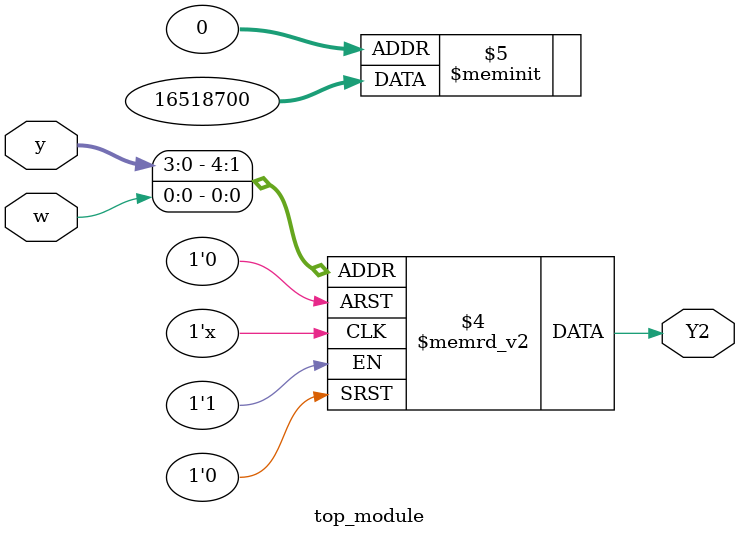
<source format=sv>
module top_module(
    input [3:0] y, // 4-bit input
    input w, // 1-bit input
    output reg Y2 // 1-bit output
);

always_comb begin // Always combination block, no clock
    case ({y, w}) // Case statement with combined inputs
        5'b00000: Y2 = 0; // y = 4'h0, w = 0
        5'b00001: Y2 = 0; // y = 4'h0, w = 1
        5'b00010: Y2 = 1; // y = 4'h1, w = 0
        5'b00011: Y2 = 1; // y = 4'h1, w = 1
        5'b00100: Y2 = 0; // y = 4'h2, w = 0
        5'b00101: Y2 = 1; // y = 4'h2, w = 1
        5'b00110: Y2 = 0; // y = 4'h3, w = 0
        5'b00111: Y2 = 0; // y = 4'h3, w = 1
        5'b01000: Y2 = 0; // y = 4'h4, w = 0
        5'b01001: Y2 = 1; // y = 4'h4, w = 1
        5'b01010: Y2 = 1; // y = 4'h5, w = 0
        5'b01011: Y2 = 1; // y = 4'h5, w = 1
        5'b01100: Y2 = 0; // y = 4'h6, w = 0
        5'b01101: Y2 = 0; // y = 4'h6, w = 1
        5'b01110: Y2 = 0; // y = 4'h7, w = 0
        5'b01111: Y2 = 0; // y = 4'h7, w = 1
        5'b10000: Y2 = 0; // y = 4'h8, w = 0
        5'b10001: Y2 = 0; // y = 4'h8, w = 1
        5'b10010: Y2 = 1; // y = 4'h9, w = 0
        5'b10011: Y2 = 1; // y = 4'h9, w = 1
        5'b10100: Y2 = 1; // y = 4'hA, w = 0
        5'b10101: Y2 = 1; // y = 4'hA, w = 1
        5'b10110: Y2 = 1; // y = 4'hB, w = 0
        5'b10111: Y2 = 1; // y = 4'hB, w = 1
        default: Y2 = 0; // Any other input combination
    endcase
end

endmodule

</source>
